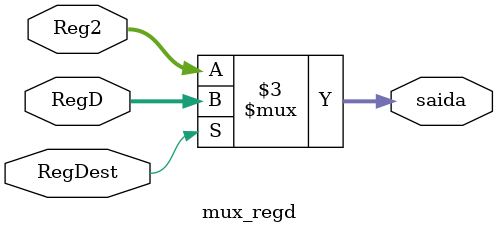
<source format=v>
module mux_regd(Reg2,RegD, RegDest, saida);
input RegDest;
input [4:0] Reg2, RegD;
output reg [4:0] saida;

always @(RegDest)
	begin
		if(RegDest)
			begin
				saida = RegD;
			end
		else
			begin
				saida = Reg2;
			end
	end

endmodule

</source>
